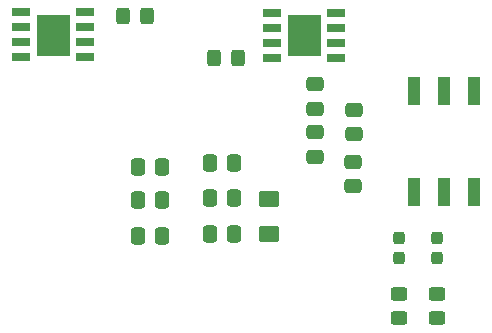
<source format=gbr>
%TF.GenerationSoftware,KiCad,Pcbnew,8.0.4*%
%TF.CreationDate,2024-08-28T14:32:30-04:00*%
%TF.ProjectId,luytenPCB,6c757974-656e-4504-9342-2e6b69636164,rev?*%
%TF.SameCoordinates,Original*%
%TF.FileFunction,Paste,Top*%
%TF.FilePolarity,Positive*%
%FSLAX46Y46*%
G04 Gerber Fmt 4.6, Leading zero omitted, Abs format (unit mm)*
G04 Created by KiCad (PCBNEW 8.0.4) date 2024-08-28 14:32:30*
%MOMM*%
%LPD*%
G01*
G04 APERTURE LIST*
G04 Aperture macros list*
%AMRoundRect*
0 Rectangle with rounded corners*
0 $1 Rounding radius*
0 $2 $3 $4 $5 $6 $7 $8 $9 X,Y pos of 4 corners*
0 Add a 4 corners polygon primitive as box body*
4,1,4,$2,$3,$4,$5,$6,$7,$8,$9,$2,$3,0*
0 Add four circle primitives for the rounded corners*
1,1,$1+$1,$2,$3*
1,1,$1+$1,$4,$5*
1,1,$1+$1,$6,$7*
1,1,$1+$1,$8,$9*
0 Add four rect primitives between the rounded corners*
20,1,$1+$1,$2,$3,$4,$5,0*
20,1,$1+$1,$4,$5,$6,$7,0*
20,1,$1+$1,$6,$7,$8,$9,0*
20,1,$1+$1,$8,$9,$2,$3,0*%
G04 Aperture macros list end*
%ADD10C,0.010000*%
%ADD11RoundRect,0.250000X-0.337500X-0.475000X0.337500X-0.475000X0.337500X0.475000X-0.337500X0.475000X0*%
%ADD12RoundRect,0.237500X-0.237500X0.300000X-0.237500X-0.300000X0.237500X-0.300000X0.237500X0.300000X0*%
%ADD13RoundRect,0.250000X-0.475000X0.337500X-0.475000X-0.337500X0.475000X-0.337500X0.475000X0.337500X0*%
%ADD14RoundRect,0.250000X0.325000X0.450000X-0.325000X0.450000X-0.325000X-0.450000X0.325000X-0.450000X0*%
%ADD15RoundRect,0.250000X0.450000X-0.325000X0.450000X0.325000X-0.450000X0.325000X-0.450000X-0.325000X0*%
%ADD16R,1.120000X2.440000*%
%ADD17RoundRect,0.250000X0.475000X-0.337500X0.475000X0.337500X-0.475000X0.337500X-0.475000X-0.337500X0*%
%ADD18RoundRect,0.250000X0.337500X0.475000X-0.337500X0.475000X-0.337500X-0.475000X0.337500X-0.475000X0*%
%ADD19RoundRect,0.250001X-0.624999X0.462499X-0.624999X-0.462499X0.624999X-0.462499X0.624999X0.462499X0*%
%ADD20RoundRect,0.015000X0.760000X0.285000X-0.760000X0.285000X-0.760000X-0.285000X0.760000X-0.285000X0*%
%ADD21RoundRect,0.250000X-0.325000X-0.450000X0.325000X-0.450000X0.325000X0.450000X-0.325000X0.450000X0*%
%ADD22RoundRect,0.015000X-0.760000X-0.285000X0.760000X-0.285000X0.760000X0.285000X-0.760000X0.285000X0*%
G04 APERTURE END LIST*
D10*
%TO.C,IC2*%
X72363000Y-32546000D02*
X69653000Y-32546000D01*
X69653000Y-29146000D01*
X72363000Y-29146000D01*
X72363000Y-32546000D01*
G36*
X72363000Y-32546000D02*
G01*
X69653000Y-32546000D01*
X69653000Y-29146000D01*
X72363000Y-29146000D01*
X72363000Y-32546000D01*
G37*
%TO.C,IC1*%
X93651000Y-32561000D02*
X90941000Y-32561000D01*
X90941000Y-29161000D01*
X93651000Y-29161000D01*
X93651000Y-32561000D01*
G36*
X93651000Y-32561000D02*
G01*
X90941000Y-32561000D01*
X90941000Y-29161000D01*
X93651000Y-29161000D01*
X93651000Y-32561000D01*
G37*
%TD*%
D11*
%TO.C,C6*%
X78210500Y-47904400D03*
X80285500Y-47904400D03*
%TD*%
D12*
%TO.C,D2*%
X100330000Y-48032500D03*
X100330000Y-49757500D03*
%TD*%
D13*
%TO.C,C8*%
X96425359Y-41580932D03*
X96425359Y-43655932D03*
%TD*%
D14*
%TO.C,R8*%
X86673800Y-32766000D03*
X84623800Y-32766000D03*
%TD*%
D15*
%TO.C,R1*%
X103505000Y-54837500D03*
X103505000Y-52787500D03*
%TD*%
D16*
%TO.C,SW2*%
X101600000Y-44170000D03*
X104140000Y-44170000D03*
X106680000Y-44170000D03*
X106680000Y-35560000D03*
X104140000Y-35560000D03*
X101600000Y-35560000D03*
%TD*%
D17*
%TO.C,C7*%
X96500133Y-39256928D03*
X96500133Y-37181928D03*
%TD*%
D18*
%TO.C,C3*%
X86387065Y-41654223D03*
X84312065Y-41654223D03*
%TD*%
D12*
%TO.C,D1*%
X103505000Y-48032500D03*
X103505000Y-49757500D03*
%TD*%
D19*
%TO.C,F1*%
X89281000Y-44740500D03*
X89281000Y-47715500D03*
%TD*%
D20*
%TO.C,IC2*%
X73708000Y-32751000D03*
X73708000Y-31481000D03*
X73708000Y-30211000D03*
X73708000Y-28941000D03*
X68308000Y-28941000D03*
X68308000Y-30211000D03*
X68308000Y-31481000D03*
X68308000Y-32751000D03*
%TD*%
D13*
%TO.C,C9*%
X93218000Y-39094500D03*
X93218000Y-41169500D03*
%TD*%
D15*
%TO.C,R2*%
X100330000Y-54837500D03*
X100330000Y-52787500D03*
%TD*%
D11*
%TO.C,C4*%
X78210500Y-42011600D03*
X80285500Y-42011600D03*
%TD*%
D17*
%TO.C,C10*%
X93218000Y-37105500D03*
X93218000Y-35030500D03*
%TD*%
D21*
%TO.C,R9*%
X76953000Y-29210000D03*
X79003000Y-29210000D03*
%TD*%
D11*
%TO.C,C5*%
X78210500Y-44856400D03*
X80285500Y-44856400D03*
%TD*%
D18*
%TO.C,C1*%
X86387065Y-47674223D03*
X84312065Y-47674223D03*
%TD*%
D22*
%TO.C,IC1*%
X89596000Y-28956000D03*
X89596000Y-30226000D03*
X89596000Y-31496000D03*
X89596000Y-32766000D03*
X94996000Y-32766000D03*
X94996000Y-31496000D03*
X94996000Y-30226000D03*
X94996000Y-28956000D03*
%TD*%
D18*
%TO.C,C2*%
X86387065Y-44664223D03*
X84312065Y-44664223D03*
%TD*%
M02*

</source>
